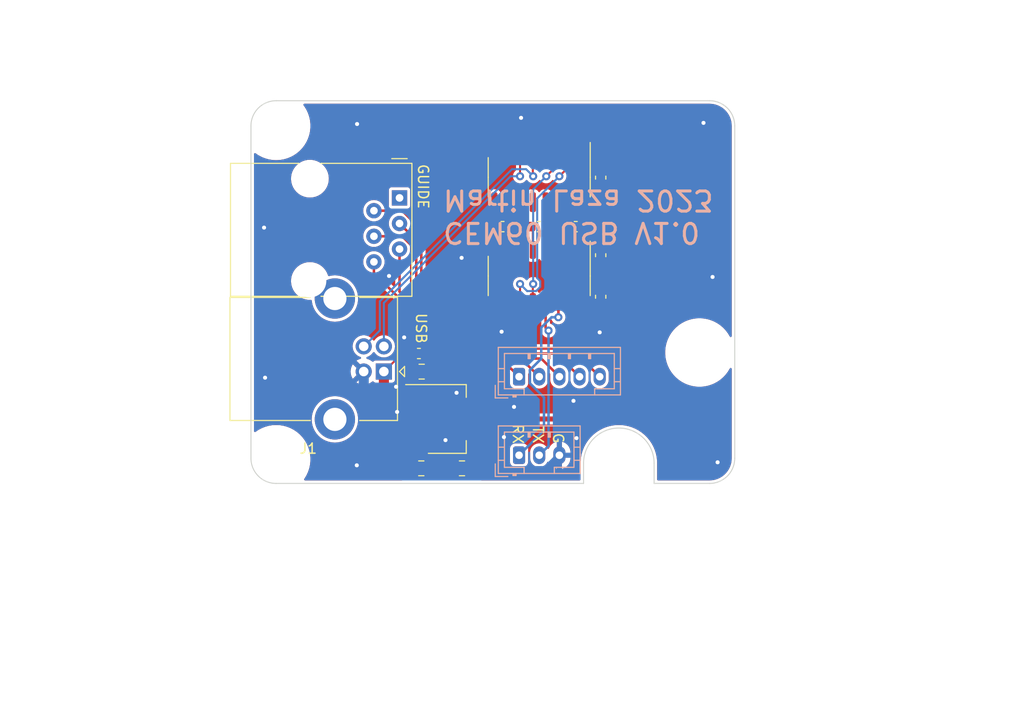
<source format=kicad_pcb>
(kicad_pcb (version 20221018) (generator pcbnew)
  (layers (0 "F.Cu" signal) (31 "B.Cu" signal) (34 "B.Paste" user) (35 "F.Paste" user) (36 "B.SilkS" user "B.Silkscreen") (37 "F.SilkS" user "F.Silkscreen") (38 "B.Mask" user) (39 "F.Mask" user) (44 "Edge.Cuts" user))
  (net 0 "")
  (net 1 "VBUS")
  (net 2 "GND")
  (net 3 "+3.3V")
  (net 4 "Net-(U1-VS+)")
  (net 5 "Net-(U1-VS-)")
  (net 6 "Net-(U1-C2+)")
  (net 7 "Net-(U1-C2-)")
  (net 8 "Net-(U1-C1+)")
  (net 9 "Net-(U1-C1-)")
  (net 10 "Net-(J1-D-)")
  (net 11 "Net-(J1-D+)")
  (net 14 "Net-(J4-Pin_1)")
  (net 15 "Net-(J4-Pin_2)")
  (net 16 "Net-(J4-Pin_3)")
  (net 17 "Net-(J4-Pin_4)")
  (net 18 "Net-(J4-Pin_5)")
  (net 19 "/TX")
  (net 20 "/RX")
  (net 25 "Net-(U1-T1IN)")
  (net 26 "Net-(U1-R1OUT)")
  (footprint "Capacitor_SMD:C_0603_1608Metric_Pad1.08x0.95mm_HandSolder" (layer "F.Cu") (at 34.7 15.3375 -90)
    (fp_text reference "C9" hide)
    (fp_text value "100n/50V/0603")
    (fp_line (start -0.146267 -0.51) (end 0.146267 -0.51) (stroke (width 0.12)) (layer "F.SilkS"))
    (fp_line (start -0.146267 0.51) (end 0.146267 0.51) (stroke (width 0.12)) (layer "F.SilkS"))
    (pad "1" smd roundrect (at -0.8625 0 270) (size 1.075 0.95) (layers "F.Cu" "F.Paste" "F.Mask") (net 8 "Net-(U1-C1+)"))
    (pad "2" smd roundrect (at 0.8625 0 270) (size 1.075 0.95) (layers "F.Cu" "F.Paste" "F.Mask") (net 9 "Net-(U1-C1-)"))
  )
  (footprint "Package_SO:SOIC-16_3.9x9.9mm_P1.27mm" (layer "F.Cu") (at 28.6 7.6 -90)
    (fp_text reference "U2" hide)
    (fp_text value "CH340C")
    (fp_line (start 0 -5.06) (end -3.45 -5.06) (stroke (width 0.12)) (layer "F.SilkS"))
    (fp_line (start 0 -5.06) (end 1.95 -5.06) (stroke (width 0.12)) (layer "F.SilkS"))
    (fp_line (start 0 5.06) (end -1.95 5.06) (stroke (width 0.12)) (layer "F.SilkS"))
    (fp_line (start 0 5.06) (end 1.95 5.06) (stroke (width 0.12)) (layer "F.SilkS"))
    (pad "1" smd roundrect (at -2.475 -4.445 270) (size 1.95 0.6) (layers "F.Cu" "F.Paste" "F.Mask") (net 2 "GND"))
    (pad "2" smd roundrect (at -2.475 -3.175 270) (size 1.95 0.6) (layers "F.Cu" "F.Paste" "F.Mask") (net 25 "Net-(U1-T1IN)"))
    (pad "3" smd roundrect (at -2.475 -1.905 270) (size 1.95 0.6) (layers "F.Cu" "F.Paste" "F.Mask") (net 26 "Net-(U1-R1OUT)"))
    (pad "4" smd roundrect (at -2.475 -0.635 270) (size 1.95 0.6) (layers "F.Cu" "F.Paste" "F.Mask") (net 3 "+3.3V"))
    (pad "5" smd roundrect (at -2.475 0.635 270) (size 1.95 0.6) (layers "F.Cu" "F.Paste" "F.Mask") (net 11 "Net-(J1-D+)"))
    (pad "6" smd roundrect (at -2.475 1.905 270) (size 1.95 0.6) (layers "F.Cu" "F.Paste" "F.Mask") (net 10 "Net-(J1-D-)"))
    (pad "7" smd roundrect (at -2.475 3.175 270) (size 1.95 0.6) (layers "F.Cu" "F.Paste" "F.Mask"))
    (pad "8" smd roundrect (at -2.475 4.445 270) (size 1.95 0.6) (layers "F.Cu" "F.Paste" "F.Mask"))
    (pad "9" smd roundrect (at 2.475 4.445 270) (size 1.95 0.6) (layers "F.Cu" "F.Paste" "F.Mask"))
    (pad "10" smd roundrect (at 2.475 3.175 270) (size 1.95 0.6) (layers "F.Cu" "F.Paste" "F.Mask"))
    (pad "11" smd roundrect (at 2.475 1.905 270) (size 1.95 0.6) (layers "F.Cu" "F.Paste" "F.Mask"))
    (pad "12" smd roundrect (at 2.475 0.635 270) (size 1.95 0.6) (layers "F.Cu" "F.Paste" "F.Mask"))
    (pad "13" smd roundrect (at 2.475 -0.635 270) (size 1.95 0.6) (layers "F.Cu" "F.Paste" "F.Mask"))
    (pad "14" smd roundrect (at 2.475 -1.905 270) (size 1.95 0.6) (layers "F.Cu" "F.Paste" "F.Mask"))
    (pad "15" smd roundrect (at 2.475 -3.175 270) (size 1.95 0.6) (layers "F.Cu" "F.Paste" "F.Mask"))
    (pad "16" smd roundrect (at 2.475 -4.445 270) (size 1.95 0.6) (layers "F.Cu" "F.Paste" "F.Mask") (net 3 "+3.3V"))
  )
  (footprint "MountingHole:MountingHole_3.2mm_M3" (layer "F.Cu") (at 44.5 25)
    (fp_text reference "REF**" hide)
    (fp_text value "MountingHole_3.2mm_M3")
    (pad "" np_thru_hole circle (at 0 0) (size 3.2 3.2) (drill 3.2) (layers "*.Cu" "*.Mask"))
  )
  (footprint "MountingHole:MountingHole_3.2mm_M3" (layer "F.Cu") (at 2.5 35.6)
    (fp_text reference "REF**" hide)
    (fp_text value "MountingHole_3.2mm_M3")
    (pad "" np_thru_hole circle (at 0 0) (size 3.2 3.2) (drill 3.2) (layers "*.Cu" "*.Mask"))
  )
  (footprint "MountingHole:MountingHole_3.2mm_M3" (layer "F.Cu") (at 2.5 2.5)
    (fp_text reference "REF**" hide)
    (fp_text value "MountingHole_3.2mm_M3")
    (pad "" np_thru_hole circle (at 0 0) (size 3.2 3.2) (drill 3.2) (layers "*.Cu" "*.Mask"))
  )
  (footprint "Capacitor_SMD:C_0805_2012Metric_Pad1.18x1.45mm_HandSolder" (layer "F.Cu") (at 16.9375 26.9 180)
    (fp_text reference "C4" hide)
    (fp_text value "10u/25V/0805")
    (fp_line (start -0.261252 -0.735) (end 0.261252 -0.735) (stroke (width 0.12)) (layer "F.SilkS"))
    (fp_line (start -0.261252 0.735) (end 0.261252 0.735) (stroke (width 0.12)) (layer "F.SilkS"))
    (pad "1" smd roundrect (at -1.0375 0 180) (size 1.175 1.45) (layers "F.Cu" "F.Paste" "F.Mask") (roundrect_rratio 0.2127659574) (net 3 "+3.3V"))
    (pad "2" smd roundrect (at 1.0375 0 180) (size 1.175 1.45) (layers "F.Cu" "F.Paste" "F.Mask") (roundrect_rratio 0.2127659574) (net 2 "GND"))
  )
  (footprint "Capacitor_SMD:C_0805_2012Metric_Pad1.18x1.45mm_HandSolder" (layer "F.Cu") (at 16.9 36.5 180)
    (fp_text reference "C1" hide)
    (fp_text value "10u/25V/0805")
    (fp_line (start -0.261252 -0.735) (end 0.261252 -0.735) (stroke (width 0.12)) (layer "F.SilkS"))
    (fp_line (start -0.261252 0.735) (end 0.261252 0.735) (stroke (width 0.12)) (layer "F.SilkS"))
    (pad "1" smd roundrect (at -1.0375 0 180) (size 1.175 1.45) (layers "F.Cu" "F.Paste" "F.Mask") (roundrect_rratio 0.2127659574) (net 1 "VBUS"))
    (pad "2" smd roundrect (at 1.0375 0 180) (size 1.175 1.45) (layers "F.Cu" "F.Paste" "F.Mask") (roundrect_rratio 0.2127659574) (net 2 "GND"))
  )
  (footprint "Package_SO:SO-16_3.9x9.9mm_P1.27mm" (layer "F.Cu") (at 28.6 17.4 -90)
    (fp_text reference "U1" hide)
    (fp_text value "MAX3232")
    (fp_line (start 0 -5.06) (end -3.45 -5.06) (stroke (width 0.12)) (layer "F.SilkS"))
    (fp_line (start 0 -5.06) (end 1.95 -5.06) (stroke (width 0.12)) (layer "F.SilkS"))
    (fp_line (start 0 5.06) (end -1.95 5.06) (stroke (width 0.12)) (layer "F.SilkS"))
    (fp_line (start 0 5.06) (end 1.95 5.06) (stroke (width 0.12)) (layer "F.SilkS"))
    (pad "1" smd roundrect (at -2.575 -4.445 270) (size 1.75 0.6) (layers "F.Cu" "F.Paste" "F.Mask") (net 8 "Net-(U1-C1+)"))
    (pad "2" smd roundrect (at -2.575 -3.175 270) (size 1.75 0.6) (layers "F.Cu" "F.Paste" "F.Mask") (net 4 "Net-(U1-VS+)"))
    (pad "3" smd roundrect (at -2.575 -1.905 270) (size 1.75 0.6) (layers "F.Cu" "F.Paste" "F.Mask") (net 9 "Net-(U1-C1-)"))
    (pad "4" smd roundrect (at -2.575 -0.635 270) (size 1.75 0.6) (layers "F.Cu" "F.Paste" "F.Mask") (net 6 "Net-(U1-C2+)"))
    (pad "5" smd roundrect (at -2.575 0.635 270) (size 1.75 0.6) (layers "F.Cu" "F.Paste" "F.Mask") (net 7 "Net-(U1-C2-)"))
    (pad "6" smd roundrect (at -2.575 1.905 270) (size 1.75 0.6) (layers "F.Cu" "F.Paste" "F.Mask") (net 5 "Net-(U1-VS-)"))
    (pad "7" smd roundrect (at -2.575 3.175 270) (size 1.75 0.6) (layers "F.Cu" "F.Paste" "F.Mask"))
    (pad "8" smd roundrect (at -2.575 4.445 270) (size 1.75 0.6) (layers "F.Cu" "F.Paste" "F.Mask"))
    (pad "9" smd roundrect (at 2.575 4.445 270) (size 1.75 0.6) (layers "F.Cu" "F.Paste" "F.Mask"))
    (pad "10" smd roundrect (at 2.575 3.175 270) (size 1.75 0.6) (layers "F.Cu" "F.Paste" "F.Mask"))
    (pad "11" smd roundrect (at 2.575 1.905 270) (size 1.75 0.6) (layers "F.Cu" "F.Paste" "F.Mask") (net 25 "Net-(U1-T1IN)"))
    (pad "12" smd roundrect (at 2.575 0.635 270) (size 1.75 0.6) (layers "F.Cu" "F.Paste" "F.Mask") (net 26 "Net-(U1-R1OUT)"))
    (pad "13" smd roundrect (at 2.575 -0.635 270) (size 1.75 0.6) (layers "F.Cu" "F.Paste" "F.Mask") (net 19 "/TX"))
    (pad "14" smd roundrect (at 2.575 -1.905 270) (size 1.75 0.6) (layers "F.Cu" "F.Paste" "F.Mask") (net 20 "/RX"))
    (pad "15" smd roundrect (at 2.575 -3.175 270) (size 1.75 0.6) (layers "F.Cu" "F.Paste" "F.Mask") (net 2 "GND"))
    (pad "16" smd roundrect (at 2.575 -4.445 270) (size 1.75 0.6) (layers "F.Cu" "F.Paste" "F.Mask") (net 3 "+3.3V"))
  )
  (footprint "Capacitor_SMD:C_0603_1608Metric_Pad1.08x0.95mm_HandSolder" (layer "F.Cu") (at 32.225 12.5)
    (fp_text reference "C6" hide)
    (fp_text value "100n/50V/0603")
    (fp_line (start -0.146267 -0.51) (end 0.146267 -0.51) (stroke (width 0.12)) (layer "F.SilkS"))
    (fp_line (start -0.146267 0.51) (end 0.146267 0.51) (stroke (width 0.12)) (layer "F.SilkS"))
    (pad "1" smd roundrect (at -0.8625 0) (size 1.075 0.95) (layers "F.Cu" "F.Paste" "F.Mask") (net 4 "Net-(U1-VS+)"))
    (pad "2" smd roundrect (at 0.8625 0) (size 1.075 0.95) (layers "F.Cu" "F.Paste" "F.Mask") (net 3 "+3.3V"))
  )
  (footprint "Package_TO_SOT_SMD:SOT-223-3_TabPin2" (layer "F.Cu") (at 19.45 31.6)
    (fp_text reference "U3" hide)
    (fp_text value "AMS1117-3.3")
    (fp_line (start -4.1 -3.41) (end 1.91 -3.41) (stroke (width 0.12)) (layer "F.SilkS"))
    (fp_line (start -1.85 3.41) (end 1.91 3.41) (stroke (width 0.12)) (layer "F.SilkS"))
    (fp_line (start 1.91 -3.41) (end 1.91 -2.15) (stroke (width 0.12)) (layer "F.SilkS"))
    (fp_line (start 1.91 3.41) (end 1.91 2.15) (stroke (width 0.12)) (layer "F.SilkS"))
    (pad "1" smd rect (at -3.15 -2.3) (size 2 1.5) (layers "F.Cu" "F.Paste" "F.Mask") (net 2 "GND"))
    (pad "2" smd rect (at -3.15 0) (size 2 1.5) (layers "F.Cu" "F.Paste" "F.Mask") (net 3 "+3.3V"))
    (pad "2" smd rect (at 3.15 0) (size 2 3.8) (layers "F.Cu" "F.Paste" "F.Mask") (net 3 "+3.3V"))
    (pad "3" smd rect (at -3.15 2.3) (size 2 1.5) (layers "F.Cu" "F.Paste" "F.Mask") (net 1 "VBUS"))
  )
  (footprint "Capacitor_SMD:C_0603_1608Metric_Pad1.08x0.95mm_HandSolder" (layer "F.Cu") (at 16.6625 25.1 180)
    (fp_text reference "C3" hide)
    (fp_text value "100n/50V/0603")
    (fp_line (start -0.146267 -0.51) (end 0.146267 -0.51) (stroke (width 0.12)) (layer "F.SilkS"))
    (fp_line (start -0.146267 0.51) (end 0.146267 0.51) (stroke (width 0.12)) (layer "F.SilkS"))
    (pad "1" smd roundrect (at -0.8625 0 180) (size 1.075 0.95) (layers "F.Cu" "F.Paste" "F.Mask") (net 2 "GND"))
    (pad "2" smd roundrect (at 0.8625 0 180) (size 1.075 0.95) (layers "F.Cu" "F.Paste" "F.Mask") (net 1 "VBUS"))
  )
  (footprint "Capacitor_SMD:C_0603_1608Metric_Pad1.08x0.95mm_HandSolder" (layer "F.Cu") (at 24.9625 12.5 180)
    (fp_text reference "C7" hide)
    (fp_text value "100n/50V/0603")
    (fp_line (start -0.146267 -0.51) (end 0.146267 -0.51) (stroke (width 0.12)) (layer "F.SilkS"))
    (fp_line (start -0.146267 0.51) (end 0.146267 0.51) (stroke (width 0.12)) (layer "F.SilkS"))
    (pad "1" smd roundrect (at -0.8625 0 180) (size 1.075 0.95) (layers "F.Cu" "F.Paste" "F.Mask") (net 5 "Net-(U1-VS-)"))
    (pad "2" smd roundrect (at 0.8625 0 180) (size 1.075 0.95) (layers "F.Cu" "F.Paste" "F.Mask") (net 2 "GND"))
  )
  (footprint "Capacitor_SMD:C_0603_1608Metric_Pad1.08x0.95mm_HandSolder" (layer "F.Cu") (at 34.7 19.4625 -90)
    (fp_text reference "C10" hide)
    (fp_text value "100n/50V/0603")
    (fp_line (start -0.146267 -0.51) (end 0.146267 -0.51) (stroke (width 0.12)) (layer "F.SilkS"))
    (fp_line (start -0.146267 0.51) (end 0.146267 0.51) (stroke (width 0.12)) (layer "F.SilkS"))
    (pad "1" smd roundrect (at -0.8625 0 270) (size 1.075 0.95) (layers "F.Cu" "F.Paste" "F.Mask") (net 2 "GND"))
    (pad "2" smd roundrect (at 0.8625 0 270) (size 1.075 0.95) (layers "F.Cu" "F.Paste" "F.Mask") (net 3 "+3.3V"))
  )
  (footprint "Capacitor_SMD:C_0603_1608Metric_Pad1.08x0.95mm_HandSolder" (layer "F.Cu") (at 28.5625 12.5 180)
    (fp_text reference "C8" hide)
    (fp_text value "100n/50V/0603")
    (fp_line (start -0.146267 -0.51) (end 0.146267 -0.51) (stroke (width 0.12)) (layer "F.SilkS"))
    (fp_line (start -0.146267 0.51) (end 0.146267 0.51) (stroke (width 0.12)) (layer "F.SilkS"))
    (pad "1" smd roundrect (at -0.8625 0 180) (size 1.075 0.95) (layers "F.Cu" "F.Paste" "F.Mask") (net 6 "Net-(U1-C2+)"))
    (pad "2" smd roundrect (at 0.8625 0 180) (size 1.075 0.95) (layers "F.Cu" "F.Paste" "F.Mask") (net 7 "Net-(U1-C2-)"))
  )
  (footprint "Connector_RJ:RJ12_Amphenol_54601" (layer "F.Cu") (at 14.74 9.65 -90)
    (fp_text reference "J2" hide)
    (fp_text value "6P6C")
    (fp_line (start -3.9 0.77) (end -3.9 -0.76) (stroke (width 0.12)) (layer "F.SilkS"))
    (fp_line (start -3.43 -1.23) (end 9.77 -1.23) (stroke (width 0.12)) (layer "F.SilkS"))
    (fp_line (start -3.43 7.72) (end -3.43 7.79) (stroke (width 0.1)) (layer "F.SilkS"))
    (fp_line (start -3.43 7.79) (end -3.43 -1.23) (stroke (width 0.12)) (layer "F.SilkS"))
    (fp_line (start -3.43 16.77) (end -3.43 9.99) (stroke (width 0.12)) (layer "F.SilkS"))
    (fp_line (start 9.77 -1.23) (end 9.77 7.79) (stroke (width 0.12)) (layer "F.SilkS"))
    (fp_line (start 9.77 16.65) (end 9.77 16.77) (stroke (width 0.1)) (layer "F.SilkS"))
    (fp_line (start 9.77 16.76) (end 9.77 16.77) (stroke (width 0.1)) (layer "F.SilkS"))
    (fp_line (start 9.77 16.77) (end -3.43 16.77) (stroke (width 0.12)) (layer "F.SilkS"))
    (fp_line (start 9.77 16.77) (end 9.77 9.99) (stroke (width 0.12)) (layer "F.SilkS"))
    (pad "" np_thru_hole circle (at -1.91 8.89 270) (size 3.25 3.25) (drill 3.25) (layers "*.Cu" "*.Mask"))
    (pad "" np_thru_hole circle (at 8.25 8.89 270) (size 3.25 3.25) (drill 3.25) (layers "*.Cu" "*.Mask"))
    (pad "1" thru_hole rect (at 0 0 270) (size 1.52 1.52) (drill 0.76) (layers "*.Cu" "*.Mask"))
    (pad "2" thru_hole circle (at 1.27 2.54 270) (size 1.52 1.52) (drill 0.76) (layers "*.Cu" "*.Mask") (net 18 "Net-(J4-Pin_5)"))
    (pad "3" thru_hole circle (at 2.54 0 270) (size 1.52 1.52) (drill 0.76) (layers "*.Cu" "*.Mask") (net 17 "Net-(J4-Pin_4)"))
    (pad "4" thru_hole circle (at 3.81 2.54 270) (size 1.52 1.52) (drill 0.76) (layers "*.Cu" "*.Mask") (net 16 "Net-(J4-Pin_3)"))
    (pad "5" thru_hole circle (at 5.08 0 270) (size 1.52 1.52) (drill 0.76) (layers "*.Cu" "*.Mask") (net 15 "Net-(J4-Pin_2)"))
    (pad "6" thru_hole circle (at 6.35 2.54 270) (size 1.52 1.52) (drill 0.76) (layers "*.Cu" "*.Mask") (net 14 "Net-(J4-Pin_1)"))
  )
  (footprint "Capacitor_SMD:C_0603_1608Metric_Pad1.08x0.95mm_HandSolder" (layer "F.Cu") (at 34.7 7.6375 -90)
    (fp_text reference "C5" hide)
    (fp_text value "100n/50V/0603")
    (fp_line (start -0.146267 -0.51) (end 0.146267 -0.51) (stroke (width 0.12)) (layer "F.SilkS"))
    (fp_line (start -0.146267 0.51) (end 0.146267 0.51) (stroke (width 0.12)) (layer "F.SilkS"))
    (pad "1" smd roundrect (at -0.8625 0 270) (size 1.075 0.95) (layers "F.Cu" "F.Paste" "F.Mask") (net 2 "GND"))
    (pad "2" smd roundrect (at 0.8625 0 270) (size 1.075 0.95) (layers "F.Cu" "F.Paste" "F.Mask") (net 3 "+3.3V"))
  )
  (footprint "Connector_USB:USB_B_Lumberg_2411_02_Horizontal" (layer "F.Cu") (at 13.1875 26.89 180)
    (fp_text reference "J1" (at 7.5 -7.65) (layer "F.SilkS"))
    (fp_text value "USB_B")
    (fp_line (start -2.05 -0.5) (end -2.05 0.5) (stroke (width 0.12)) (layer "F.SilkS"))
    (fp_line (start -2.05 0.5) (end -1.55 0) (stroke (width 0.12)) (layer "F.SilkS"))
    (fp_line (start -1.55 0) (end -2.05 -0.5) (stroke (width 0.12)) (layer "F.SilkS"))
    (fp_line (start -1.35 -4.86) (end 2.4 -4.86) (stroke (width 0.12)) (layer "F.SilkS"))
    (fp_line (start -1.35 7.36) (end -1.35 -4.86) (stroke (width 0.12)) (layer "F.SilkS"))
    (fp_line (start -1.35 7.36) (end 2.4 7.36) (stroke (width 0.12)) (layer "F.SilkS"))
    (fp_line (start 15.27 -4.86) (end 7.3 -4.86) (stroke (width 0.12)) (layer "F.SilkS"))
    (fp_line (start 15.27 7.36) (end 7.3 7.36) (stroke (width 0.12)) (layer "F.SilkS"))
    (fp_line (start 15.27 7.36) (end 15.27 -4.86) (stroke (width 0.12)) (layer "F.SilkS"))
    (pad "1" thru_hole rect (at 0 0 270) (size 1.6 1.6) (drill 0.95) (layers "*.Cu" "*.Mask") (net 1 "VBUS"))
    (pad "2" thru_hole circle (at 0 2.5 270) (size 1.6 1.6) (drill 0.95) (layers "*.Cu" "*.Mask") (net 10 "Net-(J1-D-)"))
    (pad "3" thru_hole circle (at 2 2.5 270) (size 1.6 1.6) (drill 0.95) (layers "*.Cu" "*.Mask") (net 11 "Net-(J1-D+)"))
    (pad "4" thru_hole circle (at 2 0 270) (size 1.6 1.6) (drill 0.95) (layers "*.Cu" "*.Mask") (net 2 "GND"))
    (pad "5" thru_hole circle (at 4.86 -4.75 270) (size 4 4) (drill 2.3) (layers "*.Cu" "*.Mask"))
    (pad "5" thru_hole circle (at 4.86 7.25 270) (size 4 4) (drill 2.3) (layers "*.Cu" "*.Mask"))
  )
  (footprint "Capacitor_SMD:C_0805_2012Metric_Pad1.18x1.45mm_HandSolder" (layer "F.Cu") (at 20.9375 36.5)
    (fp_text reference "C2" hide)
    (fp_text value "10u/25V/0805")
    (fp_line (start -0.261252 -0.735) (end 0.261252 -0.735) (stroke (width 0.12)) (layer "F.SilkS"))
    (fp_line (start -0.261252 0.735) (end 0.261252 0.735) (stroke (width 0.12)) (layer "F.SilkS"))
    (pad "1" smd roundrect (at -1.0375 0) (size 1.175 1.45) (layers "F.Cu" "F.Paste" "F.Mask") (roundrect_rratio 0.2127659574) (net 1 "VBUS"))
    (pad "2" smd roundrect (at 1.0375 0) (size 1.175 1.45) (layers "F.Cu" "F.Paste" "F.Mask") (roundrect_rratio 0.2127659574) (net 2 "GND"))
  )
  (footprint "Connector_JST:JST_PH_B3B-PH-K_1x03_P2.00mm_Vertical" (layer "B.Cu") (at 26.6 35.2)
    (fp_text reference "J3" hide)
    (fp_text value "Conn_01x04")
    (fp_line (start -2.36 2.11) (end -2.36 0.86) (stroke (width 0.12)) (layer "B.SilkS"))
    (fp_line (start -2.06 -2.91) (end 6.06 -2.91) (stroke (width 0.12)) (layer "B.SilkS"))
    (fp_line (start -2.06 -0.8) (end -1.45 -0.8) (stroke (width 0.12)) (layer "B.SilkS"))
    (fp_line (start -2.06 0.5) (end -1.45 0.5) (stroke (width 0.12)) (layer "B.SilkS"))
    (fp_line (start -2.06 1.81) (end -2.06 -2.91) (stroke (width 0.12)) (layer "B.SilkS"))
    (fp_line (start -1.45 -2.3) (end 5.45 -2.3) (stroke (width 0.12)) (layer "B.SilkS"))
    (fp_line (start -1.45 1.2) (end -1.45 -2.3) (stroke (width 0.12)) (layer "B.SilkS"))
    (fp_line (start -1.11 2.11) (end -2.36 2.11) (stroke (width 0.12)) (layer "B.SilkS"))
    (fp_line (start -0.6 2.01) (end -0.6 1.81) (stroke (width 0.12)) (layer "B.SilkS"))
    (fp_line (start -0.3 1.81) (end -0.3 2.01) (stroke (width 0.12)) (layer "B.SilkS"))
    (fp_line (start -0.3 1.91) (end -0.6 1.91) (stroke (width 0.12)) (layer "B.SilkS"))
    (fp_line (start -0.3 2.01) (end -0.6 2.01) (stroke (width 0.12)) (layer "B.SilkS"))
    (fp_line (start 0.5 1.2) (end -1.45 1.2) (stroke (width 0.12)) (layer "B.SilkS"))
    (fp_line (start 0.5 1.81) (end 0.5 1.2) (stroke (width 0.12)) (layer "B.SilkS"))
    (fp_line (start 0.9 -2.3) (end 0.9 -1.8) (stroke (width 0.12)) (layer "B.SilkS"))
    (fp_line (start 0.9 -1.8) (end 1.1 -1.8) (stroke (width 0.12)) (layer "B.SilkS"))
    (fp_line (start 1 -2.3) (end 1 -1.8) (stroke (width 0.12)) (layer "B.SilkS"))
    (fp_line (start 1.1 -1.8) (end 1.1 -2.3) (stroke (width 0.12)) (layer "B.SilkS"))
    (fp_line (start 2.9 -2.3) (end 2.9 -1.8) (stroke (width 0.12)) (layer "B.SilkS"))
    (fp_line (start 2.9 -1.8) (end 3.1 -1.8) (stroke (width 0.12)) (layer "B.SilkS"))
    (fp_line (start 3 -2.3) (end 3 -1.8) (stroke (width 0.12)) (layer "B.SilkS"))
    (fp_line (start 3.1 -1.8) (end 3.1 -2.3) (stroke (width 0.12)) (layer "B.SilkS"))
    (fp_line (start 3.5 1.2) (end 3.5 1.81) (stroke (width 0.12)) (layer "B.SilkS"))
    (fp_line (start 5.45 -2.3) (end 5.45 1.2) (stroke (width 0.12)) (layer "B.SilkS"))
    (fp_line (start 5.45 1.2) (end 3.5 1.2) (stroke (width 0.12)) (layer "B.SilkS"))
    (fp_line (start 6.06 -2.91) (end 6.06 1.81) (stroke (width 0.12)) (layer "B.SilkS"))
    (fp_line (start 6.06 -0.8) (end 5.45 -0.8) (stroke (width 0.12)) (layer "B.SilkS"))
    (fp_line (start 6.06 0.5) (end 5.45 0.5) (stroke (width 0.12)) (layer "B.SilkS"))
    (fp_line (start 6.06 1.81) (end -2.06 1.81) (stroke (width 0.12)) (layer "B.SilkS"))
    (pad "1" thru_hole roundrect (at 0 0) (size 1.2 1.75) (drill 0.75) (layers "*.Cu" "*.Mask") (roundrect_rratio 0.2083333333) (net 20 "/RX"))
    (pad "2" thru_hole oval (at 2 0) (size 1.2 1.75) (drill 0.75) (layers "*.Cu" "*.Mask") (net 19 "/TX"))
    (pad "3" thru_hole oval (at 4 0) (size 1.2 1.75) (drill 0.75) (layers "*.Cu" "*.Mask") (net 2 "GND"))
  )
  (footprint "Connector_JST:JST_PH_B5B-PH-K_1x05_P2.00mm_Vertical" (layer "B.Cu") (at 26.6 27.4)
    (fp_text reference "J4" hide)
    (fp_text value "Conn_01x05")
    (fp_line (start -2.36 2.11) (end -2.36 0.86) (stroke (width 0.12)) (layer "B.SilkS"))
    (fp_line (start -2.06 -2.91) (end 10.06 -2.91) (stroke (width 0.12)) (layer "B.SilkS"))
    (fp_line (start -2.06 -0.8) (end -1.45 -0.8) (stroke (width 0.12)) (layer "B.SilkS"))
    (fp_line (start -2.06 0.5) (end -1.45 0.5) (stroke (width 0.12)) (layer "B.SilkS"))
    (fp_line (start -2.06 1.81) (end -2.06 -2.91) (stroke (width 0.12)) (layer "B.SilkS"))
    (fp_line (start -1.45 -2.3) (end 9.45 -2.3) (stroke (width 0.12)) (layer "B.SilkS"))
    (fp_line (start -1.45 1.2) (end -1.45 -2.3) (stroke (width 0.12)) (layer "B.SilkS"))
    (fp_line (start -1.11 2.11) (end -2.36 2.11) (stroke (width 0.12)) (layer "B.SilkS"))
    (fp_line (start -0.6 2.01) (end -0.6 1.81) (stroke (width 0.12)) (layer "B.SilkS"))
    (fp_line (start -0.3 1.81) (end -0.3 2.01) (stroke (width 0.12)) (layer "B.SilkS"))
    (fp_line (start -0.3 1.91) (end -0.6 1.91) (stroke (width 0.12)) (layer "B.SilkS"))
    (fp_line (start -0.3 2.01) (end -0.6 2.01) (stroke (width 0.12)) (layer "B.SilkS"))
    (fp_line (start 0.5 1.2) (end -1.45 1.2) (stroke (width 0.12)) (layer "B.SilkS"))
    (fp_line (start 0.5 1.81) (end 0.5 1.2) (stroke (width 0.12)) (layer "B.SilkS"))
    (fp_line (start 0.9 -2.3) (end 0.9 -1.8) (stroke (width 0.12)) (layer "B.SilkS"))
    (fp_line (start 0.9 -1.8) (end 1.1 -1.8) (stroke (width 0.12)) (layer "B.SilkS"))
    (fp_line (start 1 -2.3) (end 1 -1.8) (stroke (width 0.12)) (layer "B.SilkS"))
    (fp_line (start 1.1 -1.8) (end 1.1 -2.3) (stroke (width 0.12)) (layer "B.SilkS"))
    (fp_line (start 2.9 -2.3) (end 2.9 -1.8) (stroke (width 0.12)) (layer "B.SilkS"))
    (fp_line (start 2.9 -1.8) (end 3.1 -1.8) (stroke (width 0.12)) (layer "B.SilkS"))
    (fp_line (start 3 -2.3) (end 3 -1.8) (stroke (width 0.12)) (layer "B.SilkS"))
    (fp_line (start 3.1 -1.8) (end 3.1 -2.3) (stroke (width 0.12)) (layer "B.SilkS"))
    (fp_line (start 4.9 -2.3) (end 4.9 -1.8) (stroke (width 0.12)) (layer "B.SilkS"))
    (fp_line (start 4.9 -1.8) (end 5.1 -1.8) (stroke (width 0.12)) (layer "B.SilkS"))
    (fp_line (start 5 -2.3) (end 5 -1.8) (stroke (width 0.12)) (layer "B.SilkS"))
    (fp_line (start 5.1 -1.8) (end 5.1 -2.3) (stroke (width 0.12)) (layer "B.SilkS"))
    (fp_line (start 6.9 -2.3) (end 6.9 -1.8) (stroke (width 0.12)) (layer "B.SilkS"))
    (fp_line (start 6.9 -1.8) (end 7.1 -1.8) (stroke (width 0.12)) (layer "B.SilkS"))
    (fp_line (start 7 -2.3) (end 7 -1.8) (stroke (width 0.12)) (layer "B.SilkS"))
    (fp_line (start 7.1 -1.8) (end 7.1 -2.3) (stroke (width 0.12)) (layer "B.SilkS"))
    (fp_line (start 7.5 1.2) (end 7.5 1.81) (stroke (width 0.12)) (layer "B.SilkS"))
    (fp_line (start 9.45 -2.3) (end 9.45 1.2) (stroke (width 0.12)) (layer "B.SilkS"))
    (fp_line (start 9.45 1.2) (end 7.5 1.2) (stroke (width 0.12)) (layer "B.SilkS"))
    (fp_line (start 10.06 -2.91) (end 10.06 1.81) (stroke (width 0.12)) (layer "B.SilkS"))
    (fp_line (start 10.06 -0.8) (end 9.45 -0.8) (stroke (width 0.12)) (layer "B.SilkS"))
    (fp_line (start 10.06 0.5) (end 9.45 0.5) (stroke (width 0.12)) (layer "B.SilkS"))
    (fp_line (start 10.06 1.81) (end -2.06 1.81) (stroke (width 0.12)) (layer "B.SilkS"))
    (pad "1" thru_hole roundrect (at 0 0) (size 1.2 1.75) (drill 0.75) (layers "*.Cu" "*.Mask") (roundrect_rratio 0.2083333333) (net 14 "Net-(J4-Pin_1)"))
    (pad "2" thru_hole oval (at 2 0) (size 1.2 1.75) (drill 0.75) (layers "*.Cu" "*.Mask") (net 15 "Net-(J4-Pin_2)"))
    (pad "3" thru_hole oval (at 4 0) (size 1.2 1.75) (drill 0.75) (layers "*.Cu" "*.Mask") (net 16 "Net-(J4-Pin_3)"))
    (pad "4" thru_hole oval (at 6 0) (size 1.2 1.75) (drill 0.75) (layers "*.Cu" "*.Mask") (net 17 "Net-(J4-Pin_4)"))
    (pad "5" thru_hole oval (at 8 0) (size 1.2 1.75) (drill 0.75) (layers "*.Cu" "*.Mask") (net 18 "Net-(J4-Pin_5)"))
  )
  (gr_arc (start 45.5 0) (mid 47.267765 0.732234) (end 48 2.5) (stroke (width 0.1)) (layer "Edge.Cuts"))
  (gr_arc (start 33 36) (mid 36.5 32.5) (end 40 36) (stroke (width 0.1)) (layer "Edge.Cuts"))
  (gr_arc (start 2.5 38) (mid 0.732234 37.267766) (end 0 35.5) (stroke (width 0.1)) (layer "Edge.Cuts"))
  (gr_line (start 40 38) (end 45.5 38) (stroke (width 0.1)) (layer "Edge.Cuts"))
  (gr_line (start 48 2.5) (end 48 35.5) (stroke (width 0.1)) (layer "Edge.Cuts"))
  (gr_line (start 40 38) (end 40 36) (stroke (width 0.1)) (layer "Edge.Cuts"))
  (gr_line (start 2.5 0) (end 45.5 0) (stroke (width 0.1)) (layer "Edge.Cuts"))
  (gr_line (start 0 35.5) (end 0 2.5) (stroke (width 0.1)) (layer "Edge.Cuts"))
  (gr_line (start 33 38) (end 33 36) (stroke (width 0.1)) (layer "Edge.Cuts"))
  (gr_arc (start 48 35.5) (mid 47.267766 37.267766) (end 45.5 38) (stroke (width 0.1)) (layer "Edge.Cuts"))
  (gr_arc (start 0 2.5) (mid 0.732233 0.732234) (end 2.5 0) (stroke (width 0.1)) (layer "Edge.Cuts"))
  (gr_line (start 33 38) (end 2.5 38) (stroke (width 0.1)) (layer "Edge.Cuts"))
  (gr_text "CEM60 USB V1.0\nMartin Laza 2023" (at 18.9 8.7 180) (layer "B.SilkS") (effects (font (size 2 2) (thickness 0.3)) (justify left bottom mirror)))
  (gr_text "GUIDE" (at 16.5 6.2 270) (layer "F.SilkS") (effects (font (size 1 1)) (justify left bottom)))
  (gr_text "RX" (at 25.9 32 270) (layer "F.SilkS") (effects (font (size 1 1)) (justify left bottom)))
  (gr_text "USB" (at 16.3 21 -90) (layer "F.SilkS") (effects (font (size 1 1)) (justify left bottom)))
  (gr_text "G" (at 29.9 32.9 -90) (layer "F.SilkS") (effects (font (size 1 1)) (justify left bottom)))
  (gr_text "TX" (at 27.9 32.2 270) (layer "F.SilkS") (effects (font (size 1 1)) (justify left bottom)))
  (segment (start 15 25.1) (end 13.21 26.89) (width 0.2) (layer "F.Cu") (net 1))
  (segment (start 15.8 25.1) (end 15 25.1) (width 0.2) (layer "F.Cu") (net 1))
  (segment (start 16.3 33.9) (end 17.9375 35.5375) (width 1) (layer "F.Cu") (net 1))
  (segment (start 13.1875 26.89) (end 13.1875 31.668997) (width 1) (layer "F.Cu") (net 1))
  (segment (start 15.418503 33.9) (end 16.3 33.9) (width 1) (layer "F.Cu") (net 1))
  (segment (start 13.1875 31.668997) (end 15.418503 33.9) (width 1) (layer "F.Cu") (net 1))
  (segment (start 17.9375 35.5375) (end 17.9375 36.5) (width 1) (layer "F.Cu") (net 1))
  (segment (start 13.21 26.89) (end 13.1875 26.89) (width 0.2) (layer "F.Cu") (net 1))
  (segment (start 19.9 36.5) (end 17.9375 36.5) (width 1) (layer "F.Cu") (net 1))
  (segment (start 15.9 28.9) (end 16.3 29.3) (width 1) (layer "F.Cu") (net 2))
  (segment (start 15.9 26.9) (end 15.9 28.9) (width 1) (layer "F.Cu") (net 2))
  (via (at 13.7 17.4) (size 0.8) (drill 0.4) (layers "F.Cu" "B.Cu") (net 2))
  (via (at 32 29.8) (size 0.8) (drill 0.4) (layers "F.Cu" "B.Cu") (net 2))
  (via (at 14.5 30.9) (size 0.8) (drill 0.4) (layers "F.Cu" "B.Cu") (net 2))
  (via (at 25.1 33.4) (size 0.8) (drill 0.4) (layers "F.Cu" "B.Cu") (net 2))
  (via (at 46.3 35.9) (size 0.8) (drill 0.4) (layers "F.Cu" "B.Cu") (net 2))
  (via (at 24.867994 22.933516) (size 0.8) (drill 0.4) (layers "F.Cu" "B.Cu") (net 2))
  (via (at 32.3 33.5) (size 0.8) (drill 0.4) (layers "F.Cu" "B.Cu") (net 2))
  (via (at 10.528159 2.313461) (size 0.8) (drill 0.4) (layers "F.Cu" "B.Cu") (net 2))
  (via (at 26.8 1.7) (size 0.8) (drill 0.4) (layers "F.Cu" "B.Cu") (net 2))
  (via (at 15.2 23.5) (size 0.8) (drill 0.4) (layers "F.Cu" "B.Cu") (net 2))
  (via (at 10.5 36.2) (size 0.8) (drill 0.4) (layers "F.Cu" "B.Cu") (net 2))
  (via (at 19.3 33.7) (size 0.8) (drill 0.4) (layers "F.Cu" "B.Cu") (net 2))
  (via (at 20.9 15.6) (size 0.8) (drill 0.4) (layers "F.Cu" "B.Cu") (net 2))
  (via (at 26.1 30.4) (size 0.8) (drill 0.4) (layers "F.Cu" "B.Cu") (net 2))
  (via (at 45.8 17.5) (size 0.8) (drill 0.4) (layers "F.Cu" "B.Cu") (net 2))
  (via (at 34.6 23) (size 0.8) (drill 0.4) (layers "F.Cu" "B.Cu") (net 2))
  (via (at 14.4 28.4) (size 0.8) (drill 0.4) (layers "F.Cu" "B.Cu") (net 2))
  (via (at 1.4 27.5) (size 0.8) (drill 0.4) (layers "F.Cu" "B.Cu") (net 2))
  (via (at 44.9 2.2) (size 0.8) (drill 0.4) (layers "F.Cu" "B.Cu") (net 2))
  (via (at 1.3 12.6) (size 0.8) (drill 0.4) (layers "F.Cu" "B.Cu") (net 2))
  (via (at 20.4 29) (size 0.8) (drill 0.4) (layers "F.Cu" "B.Cu") (net 2))
  (segment (start 11.1875 32.6875) (end 11.1875 26.89) (width 1) (layer "B.Cu") (net 2))
  (segment (start 15.275 36.775) (end 11.1875 32.6875) (width 1) (layer "B.Cu") (net 2))
  (segment (start 30.6 35.2) (end 30.6 35.475) (width 1) (layer "B.Cu") (net 2))
  (segment (start 29.3 36.775) (end 15.275 36.775) (width 1) (layer "B.Cu") (net 2))
  (segment (start 30.6 35.475) (end 29.3 36.775) (width 1) (layer "B.Cu") (net 2))
  (segment (start 18.6 27.525) (end 18.6 31.6) (width 1) (layer "F.Cu") (net 3))
  (segment (start 33.37 20.3) (end 33.045 19.975) (width 0.5) (layer "F.Cu") (net 3))
  (segment (start 35.9 20.3) (end 33.37 20.3) (width 0.5) (layer "F.Cu") (net 3))
  (segment (start 35.9 3.7) (end 34.9 2.7) (width 0.5) (layer "F.Cu") (net 3))
  (segment (start 33.045 10.075) (end 33.045 9.455) (width 0.25) (layer "F.Cu") (net 3))
  (segment (start 33.045 12.4575) (end 33.0875 12.5) (width 0.25) (layer "F.Cu") (net 3))
  (segment (start 36.8 29) (end 36.8 21.2) (width 0.5) (layer "F.Cu") (net 3))
  (segment (start 30.6 2.7) (end 29.235 4.065) (width 0.5) (layer "F.Cu") (net 3))
  (segment (start 33.8 8.6) (end 33.045 9.355) (width 0.5) (layer "F.Cu") (net 3))
  (segment (start 18.6 31.6) (end 22.6 31.6) (width 1) (layer "F.Cu") (net 3))
  (segment (start 22.6 31.6) (end 34.2 31.6) (width 0.5) (layer "F.Cu") (net 3))
  (segment (start 35.9 8.6) (end 33.8 8.6) (width 0.5) (layer "F.Cu") (net 3))
  (segment (start 33.045 9.355) (end 33.045 10.075) (width 0.5) (layer "F.Cu") (net 3))
  (segment (start 17.975 26.9) (end 18.6 27.525) (width 1) (layer "F.Cu") (net 3))
  (segment (start 34.9 2.7) (end 30.6 2.7) (width 0.5) (layer "F.Cu") (net 3))
  (segment (start 34.2 31.6) (end 36.8 29) (width 0.5) (layer "F.Cu") (net 3))
  (segment (start 29.235 4.065) (end 29.235 5.125) (width 0.5) (layer "F.Cu") (net 3))
  (segment (start 36.8 21.2) (end 35.9 20.3) (width 0.5) (layer "F.Cu") (net 3))
  (segment (start 35.9 8.6) (end 35.9 3.7) (width 0.5) (layer "F.Cu") (net 3))
  (segment (start 35.9 20.3) (end 35.9 8.6) (width 0.5) (layer "F.Cu") (net 3))
  (segment (start 33.045 10.075) (end 33.045 12.4575) (width 0.25) (layer "F.Cu") (net 3))
  (segment (start 16.3 31.6) (end 18.6 31.6) (width 1) (layer "F.Cu") (net 3))
  (segment (start 31.775 14.825) (end 31.775 12.9125) (width 0.2) (layer "F.Cu") (net 4))
  (segment (start 31.775 12.9125) (end 31.3625 12.5) (width 0.2) (layer "F.Cu") (net 4))
  (segment (start 26.695 13.37) (end 25.825 12.5) (width 0.2) (layer "F.Cu") (net 5))
  (segment (start 26.695 14.825) (end 26.695 13.37) (width 0.2) (layer "F.Cu") (net 5))
  (segment (start 29.235 14.825) (end 29.235 12.69) (width 0.2) (layer "F.Cu") (net 6))
  (segment (start 29.235 12.69) (end 29.425 12.5) (width 0.2) (layer "F.Cu") (net 6))
  (segment (start 27.965 14.825) (end 27.965 12.765) (width 0.2) (layer "F.Cu") (net 7))
  (segment (start 27.965 12.765) (end 27.7 12.5) (width 0.2) (layer "F.Cu") (net 7))
  (segment (start 34.35 14.825) (end 34.7 14.475) (width 0.2) (layer "F.Cu") (net 8))
  (segment (start 33.045 14.825) (end 34.35 14.825) (width 0.2) (layer "F.Cu") (net 8))
  (segment (start 34.7 16.2) (end 31.3 16.2) (width 0.2) (layer "F.Cu") (net 9))
  (segment (start 30.505 15.405) (end 30.505 14.825) (width 0.2) (layer "F.Cu") (net 9))
  (segment (start 31.3 16.2) (end 30.505 15.405) (width 0.2) (layer "F.Cu") (net 9))
  (segment (start 26.7 5.13) (end 26.695 5.125) (width 0.2) (layer "F.Cu") (net 10))
  (segment (start 26.7 7.5) (end 26.7 5.13) (width 0.2) (layer "F.Cu") (net 10))
  (via (at 26.7 7.5) (size 0.8) (drill 0.4) (layers "F.Cu" "B.Cu") (net 10))
  (segment (start 13.1875 20.078186) (end 25.765686 7.5) (width 0.2) (layer "B.Cu") (net 10))
  (segment (start 25.765686 7.5) (end 26.7 7.5) (width 0.2) (layer "B.Cu") (net 10))
  (segment (start 13.1875 24.39) (end 13.1875 20.078186) (width 0.2) (layer "B.Cu") (net 10))
  (segment (start 28 7.5) (end 27.965 7.465) (width 0.2) (layer "F.Cu") (net 11))
  (segment (start 27.965 7.465) (end 27.965 5.125) (width 0.2) (layer "F.Cu") (net 11))
  (via (at 28 7.5) (size 0.8) (drill 0.4) (layers "F.Cu" "B.Cu") (net 11))
  (segment (start 25.9 6.8) (end 12.7875 19.9125) (width 0.2) (layer "B.Cu") (net 11))
  (segment (start 12.7875 22.8125) (end 11.21 24.39) (width 0.2) (layer "B.Cu") (net 11))
  (segment (start 11.21 24.39) (end 11.1875 24.39) (width 0.2) (layer "B.Cu") (net 11))
  (segment (start 28 7.5) (end 27.3 6.8) (width 0.2) (layer "B.Cu") (net 11))
  (segment (start 27.3 6.8) (end 25.9 6.8) (width 0.2) (layer "B.Cu") (net 11))
  (segment (start 12.7875 19.9125) (end 12.7875 22.8125) (width 0.2) (layer "B.Cu") (net 11))
  (segment (start 25.8 26.6) (end 21.7 26.6) (width 0.25) (layer "F.Cu") (net 14))
  (segment (start 26.6 27.4) (end 25.8 26.6) (width 0.25) (layer "F.Cu") (net 14))
  (segment (start 21.7 26.6) (end 12.2 17.1) (width 0.25) (layer "F.Cu") (net 14))
  (segment (start 12.2 17.1) (end 12.2 16) (width 0.25) (layer "F.Cu") (net 14))
  (segment (start 21.890812 26.1) (end 14.74 18.949188) (width 0.25) (layer "F.Cu") (net 15))
  (segment (start 28.6 27.4) (end 27.3 26.1) (width 0.25) (layer "F.Cu") (net 15))
  (segment (start 27.3 26.1) (end 21.890812 26.1) (width 0.25) (layer "F.Cu") (net 15))
  (segment (start 14.74 18.949188) (end 14.74 14.73) (width 0.25) (layer "F.Cu") (net 15))
  (segment (start 15.9 19.472792) (end 15.9 14.355578) (width 0.25) (layer "F.Cu") (net 16))
  (segment (start 15.004422 13.46) (end 12.2 13.46) (width 0.25) (layer "F.Cu") (net 16))
  (segment (start 28.8 25.6) (end 22.027208 25.6) (width 0.25) (layer "F.Cu") (net 16))
  (segment (start 22.027208 25.6) (end 15.9 19.472792) (width 0.25) (layer "F.Cu") (net 16))
  (segment (start 30.6 27.4) (end 28.8 25.6) (width 0.25) (layer "F.Cu") (net 16))
  (segment (start 15.9 14.355578) (end 15.004422 13.46) (width 0.25) (layer "F.Cu") (net 16))
  (segment (start 32.6 27.4) (end 30.3 25.1) (width 0.25) (layer "F.Cu") (net 17))
  (segment (start 30.3 25.1) (end 22.163604 25.1) (width 0.25) (layer "F.Cu") (net 17))
  (segment (start 16.4 13.85) (end 14.74 12.19) (width 0.25) (layer "F.Cu") (net 17))
  (segment (start 22.163604 25.1) (end 16.4 19.336396) (width 0.25) (layer "F.Cu") (net 17))
  (segment (start 16.4 19.336396) (end 16.4 13.85) (width 0.25) (layer "F.Cu") (net 17))
  (segment (start 34.6 27.4) (end 31.8 24.6) (width 0.25) (layer "F.Cu") (net 18))
  (segment (start 15.004422 10.92) (end 12.2 10.92) (width 0.25) (layer "F.Cu") (net 18))
  (segment (start 22.3 24.6) (end 16.9 19.2) (width 0.25) (layer "F.Cu") (net 18))
  (segment (start 16.9 12.815578) (end 15.004422 10.92) (width 0.25) (layer "F.Cu") (net 18))
  (segment (start 31.8 24.6) (end 22.3 24.6) (width 0.25) (layer "F.Cu") (net 18))
  (segment (start 16.9 19.2) (end 16.9 12.815578) (width 0.25) (layer "F.Cu") (net 18))
  (segment (start 29.525 22.825) (end 29.235 22.535) (width 0.25) (layer "F.Cu") (net 19))
  (segment (start 29.235 22.535) (end 29.235 19.975) (width 0.25) (layer "F.Cu") (net 19))
  (via (at 29.525 22.825) (size 0.8) (drill 0.4) (layers "F.Cu" "B.Cu") (net 19))
  (segment (start 29.525 22.825) (end 29.525 34.275) (width 0.25) (layer "B.Cu") (net 19))
  (segment (start 29.525 34.275) (end 28.6 35.2) (width 0.25) (layer "B.Cu") (net 19))
  (segment (start 30.505 19.975) (end 30.505 21.495) (width 0.25) (layer "F.Cu") (net 20))
  (segment (start 30.505 21.495) (end 30.5 21.5) (width 0.25) (layer "F.Cu") (net 20))
  (via (at 30.5 21.5) (size 0.8) (drill 0.4) (layers "F.Cu" "B.Cu") (net 20))
  (segment (start 26.6 35.2) (end 29.075 32.725) (width 0.25) (layer "B.Cu") (net 20))
  (segment (start 28.8 25.616852) (end 28.8 22.524695) (width 0.25) (layer "B.Cu") (net 20))
  (segment (start 27.675 28.058148) (end 27.675 26.741852) (width 0.25) (layer "B.Cu") (net 20))
  (segment (start 27.675 26.741852) (end 28.8 25.616852) (width 0.25) (layer "B.Cu") (net 20))
  (segment (start 28.8 22.524695) (end 29.824695 21.5) (width 0.25) (layer "B.Cu") (net 20))
  (segment (start 29.075 29.458148) (end 27.675 28.058148) (width 0.25) (layer "B.Cu") (net 20))
  (segment (start 29.824695 21.5) (end 30.5 21.5) (width 0.25) (layer "B.Cu") (net 20))
  (segment (start 29.075 32.725) (end 29.075 29.458148) (width 0.25) (layer "B.Cu") (net 20))
  (segment (start 31.775 5.125) (end 31.775 6.325) (width 0.2) (layer "F.Cu") (net 25))
  (segment (start 26.7 19.97) (end 26.695 19.975) (width 0.2) (layer "F.Cu") (net 25))
  (segment (start 26.7 18.2) (end 26.7 19.97) (width 0.2) (layer "F.Cu") (net 25))
  (segment (start 31.775 6.325) (end 30.6 7.5) (width 0.2) (layer "F.Cu") (net 25))
  (via (at 26.7 18.2) (size 0.8) (drill 0.4) (layers "F.Cu" "B.Cu") (net 25))
  (via (at 30.6 7.5) (size 0.8) (drill 0.4) (layers "F.Cu" "B.Cu") (net 25))
  (segment (start 27.4 18.9) (end 26.7 18.2) (width 0.2) (layer "B.Cu") (net 25))
  (segment (start 28.4 9.7) (end 28.4 17.61005) (width 0.2) (layer "B.Cu") (net 25))
  (segment (start 28.28995 18.9) (end 27.4 18.9) (width 0.2) (layer "B.Cu") (net 25))
  (segment (start 30.6 7.5) (end 28.4 9.7) (width 0.2) (layer "B.Cu") (net 25))
  (segment (start 28.4 17.61005) (end 28.7 17.91005) (width 0.2) (layer "B.Cu") (net 25))
  (segment (start 28.7 18.48995) (end 28.28995 18.9) (width 0.2) (layer "B.Cu") (net 25))
  (segment (start 28.7 17.91005) (end 28.7 18.48995) (width 0.2) (layer "B.Cu") (net 25))
  (segment (start 30.505 6.295) (end 29.3 7.5) (width 0.2) (layer "F.Cu") (net 26))
  (segment (start 27.965 19.975) (end 27.965 18.235) (width 0.2) (layer "F.Cu") (net 26))
  (segment (start 30.505 5.125) (end 30.505 6.295) (width 0.2) (layer "F.Cu") (net 26))
  (segment (start 27.965 18.235) (end 28 18.2) (width 0.2) (layer "F.Cu") (net 26))
  (via (at 28 18.2) (size 0.8) (drill 0.4) (layers "F.Cu" "B.Cu") (net 26))
  (via (at 29.3 7.5) (size 0.8) (drill 0.4) (layers "F.Cu" "B.Cu") (net 26))
  (segment (start 29.3 7.5) (end 28 8.8) (width 0.2) (layer "B.Cu") (net 26))
  (segment (start 28 8.8) (end 28 18.2) (width 0.2) (layer "B.Cu") (net 26))
  (zone (net 2) (net_name "GND") (layers "F&B.Cu") (connect_pads (clearance 0.3)) (min_thickness 0.2) (fill yes (thermal_gap 0.5) (thermal_bridge_width 0.5))
    (polygon (pts (xy -15.2 -10) (xy -24.9 7.8) (xy 1.2 60.8) (xy 76.7 56) (xy 66 -9.5)))
  )
)
</source>
